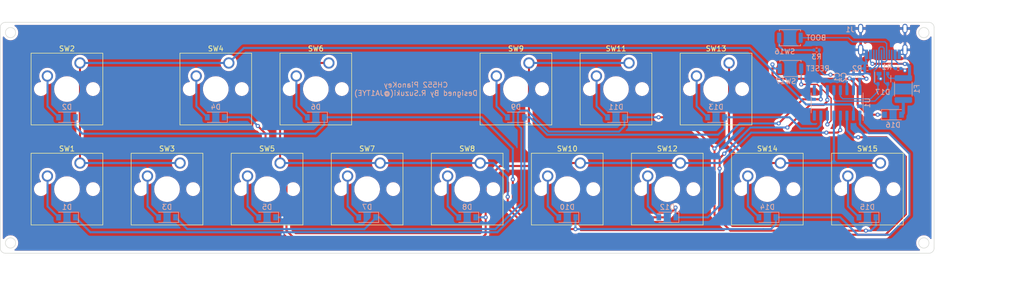
<source format=kicad_pcb>
(kicad_pcb (version 20211014) (generator pcbnew)
  (layers (0 "F.Cu" signal) (31 "B.Cu" signal) (34 "B.Paste" user) (35 "F.Paste" user) (36 "B.SilkS" user "B.Silkscreen") (37 "F.SilkS" user "F.Silkscreen") (38 "B.Mask" user) (39 "F.Mask" user) (44 "Edge.Cuts" user))
  (net 0 "")
  (net 1 "+5V")
  (net 2 "GND")
  (net 3 "+3V3")
  (net 4 "a")
  (net 5 "Net-(D1-Pad2)")
  (net 6 "b")
  (net 7 "Net-(D2-Pad2)")
  (net 8 "c")
  (net 9 "Net-(D3-Pad2)")
  (net 10 "d")
  (net 11 "Net-(D4-Pad2)")
  (net 12 "Net-(D5-Pad2)")
  (net 13 "Net-(D6-Pad2)")
  (net 14 "Net-(D7-Pad2)")
  (net 15 "Net-(D8-Pad2)")
  (net 16 "Net-(D9-Pad2)")
  (net 17 "Net-(D10-Pad2)")
  (net 18 "Net-(D11-Pad2)")
  (net 19 "Net-(D12-Pad2)")
  (net 20 "Net-(D13-Pad2)")
  (net 21 "Net-(D14-Pad2)")
  (net 22 "Net-(D15-Pad2)")
  (net 23 "Net-(D16-Pad2)")
  (net 24 "Net-(D17-Pad2)")
  (net 25 "D+")
  (net 26 "D-")
  (net 28 "Net-(J1-PadB5)")
  (net 29 "Net-(J1-PadA5)")
  (net 31 "Net-(R3-Pad2)")
  (net 32 "A")
  (net 33 "B")
  (net 34 "C")
  (net 35 "D")
  (net 36 "RST")
  (footprint "Button_Switch_Keyboard:SW_Cherry_MX_1.00u_PCB" (layer "F.Cu") (at 237.54 83.42)
    (fp_text reference "SW15")
    (fp_text value "SW_Push")
  )
  (footprint "Button_Switch_Keyboard:SW_Cherry_MX_1.00u_PCB" (layer "F.Cu") (at 169.04 63.92)
    (fp_text reference "SW9")
    (fp_text value "SW_Push")
  )
  (footprint "Button_Switch_Keyboard:SW_Cherry_MX_1.00u_PCB" (layer "F.Cu") (at 140.04 83.42)
    (fp_text reference "SW7")
    (fp_text value "SW_Push")
  )
  (footprint "Button_Switch_Keyboard:SW_Cherry_MX_1.00u_PCB" (layer "F.Cu") (at 120.54 83.42)
    (fp_text reference "SW5")
    (fp_text value "SW_Push")
  )
  (footprint "Button_Switch_Keyboard:SW_Cherry_MX_1.00u_PCB" (layer "F.Cu") (at 208.04 63.92)
    (fp_text reference "SW13")
    (fp_text value "SW_Push")
  )
  (footprint "Button_Switch_Keyboard:SW_Cherry_MX_1.00u_PCB" (layer "F.Cu") (at 81.54 83.42)
    (fp_text reference "SW1")
    (fp_text value "SW_Push")
  )
  (footprint "Button_Switch_Keyboard:SW_Cherry_MX_1.00u_PCB" (layer "F.Cu") (at 101.04 83.42)
    (fp_text reference "SW3")
    (fp_text value "SW_Push")
  )
  (footprint "Button_Switch_Keyboard:SW_Cherry_MX_1.00u_PCB" (layer "F.Cu") (at 218.04 83.42)
    (fp_text reference "SW14")
    (fp_text value "SW_Push")
  )
  (footprint "Button_Switch_Keyboard:SW_Cherry_MX_1.00u_PCB" (layer "F.Cu") (at 159.54 83.42)
    (fp_text reference "SW8")
    (fp_text value "SW_Push")
  )
  (footprint "Button_Switch_Keyboard:SW_Cherry_MX_1.00u_PCB" (layer "F.Cu") (at 188.54 63.92)
    (fp_text reference "SW11")
    (fp_text value "SW_Push")
  )
  (footprint "Button_Switch_Keyboard:SW_Cherry_MX_1.00u_PCB" (layer "F.Cu") (at 110.54 63.92)
    (fp_text reference "SW4")
    (fp_text value "SW_Push")
  )
  (footprint "Button_Switch_Keyboard:SW_Cherry_MX_1.00u_PCB" (layer "F.Cu") (at 81.54 63.92)
    (fp_text reference "SW2")
    (fp_text value "SW_Push")
  )
  (footprint "Button_Switch_Keyboard:SW_Cherry_MX_1.00u_PCB" (layer "F.Cu") (at 179.04 83.42)
    (fp_text reference "SW10")
    (fp_text value "SW_Push")
  )
  (footprint "Button_Switch_Keyboard:SW_Cherry_MX_1.00u_PCB" (layer "F.Cu") (at 198.54 83.42)
    (fp_text reference "SW12")
    (fp_text value "SW_Push")
  )
  (footprint "Button_Switch_Keyboard:SW_Cherry_MX_1.00u_PCB" (layer "F.Cu") (at 130.04 63.92)
    (fp_text reference "SW6")
    (fp_text value "SW_Push")
  )
  (footprint "Diode_SMD:D_SOD-123" (layer "B.Cu") (at 137.5 94 180)
    (fp_text reference "D7")
    (fp_text value "1N5819")
  )
  (footprint "Diode_SMD:D_SOD-123" (layer "B.Cu") (at 215.5 94 180)
    (fp_text reference "D14")
    (fp_text value "1N5819")
  )
  (footprint "Resistor_SMD:R_0402_1005Metric" (layer "B.Cu") (at 225.1 61.4 180)
    (fp_text reference "R3")
    (fp_text value "10k")
  )
  (footprint "Diode_SMD:D_SOD-123" (layer "B.Cu") (at 79 94 180)
    (fp_text reference "D1")
    (fp_text value "1N5819")
  )
  (footprint "Button_Switch_SMD:SW_Push_SPST_NO_Alps_SKRK" (layer "B.Cu") (at 220 65 180)
    (fp_text reference "SW17")
    (fp_text value "SW_Push")
  )
  (footprint "Diode_SMD:D_SOD-123" (layer "B.Cu") (at 240 74)
    (fp_text reference "D16")
    (fp_text value "1N5819")
  )
  (footprint "Diode_SMD:D_SOD-123" (layer "B.Cu") (at 176.5 94 180)
    (fp_text reference "D10")
    (fp_text value "1N5819")
  )
  (footprint "Capacitor_SMD:C_0402_1005Metric" (layer "B.Cu") (at 232.3 66.6 90)
    (fp_text reference "C1")
    (fp_text value "0.1u")
  )
  (footprint "Fuse:Fuse_1812_4532Metric" (layer "B.Cu") (at 242 69 90)
    (fp_text reference "F1")
    (fp_text value "mSMD110")
  )
  (footprint "Diode_SMD:D_SOD-123" (layer "B.Cu") (at 186 74.5 180)
    (fp_text reference "D11")
    (fp_text value "1N5819")
  )
  (footprint "Diode_SMD:D_SOD-123" (layer "B.Cu") (at 98.5 94 180)
    (fp_text reference "D3")
    (fp_text value "1N5819")
  )
  (footprint "Diode_SMD:D_SOD-123" (layer "B.Cu") (at 79 74.5 180)
    (fp_text reference "D2")
    (fp_text value "1N5819")
  )
  (footprint "Button_Switch_SMD:SW_Push_SPST_NO_Alps_SKRK" (layer "B.Cu") (at 219.9 59 180)
    (fp_text reference "SW16")
    (fp_text value "SW_Push")
  )
  (footprint "Diode_SMD:D_SOD-123" (layer "B.Cu") (at 118 94 180)
    (fp_text reference "D5")
    (fp_text value "1N5819")
  )
  (footprint "SuLibs:USB_C_2.0" (layer "B.Cu") (at 238 54.595)
    (fp_text reference "J1")
    (fp_text value "USB_C_Receptacle_USB2.0")
  )
  (footprint "Package_SO:SOIC-16_3.9x9.9mm_P1.27mm" (layer "B.Cu") (at 229.1 71.7 90)
    (fp_text reference "U1")
    (fp_text value "CH55xG")
  )
  (footprint "Diode_SMD:D_SOD-123" (layer "B.Cu") (at 196 94 180)
    (fp_text reference "D12")
    (fp_text value "1N5819")
  )
  (footprint "Diode_SMD:D_SOD-123" (layer "B.Cu") (at 127.5 74.5 180)
    (fp_text reference "D6")
    (fp_text value "1N5819")
  )
  (footprint "Diode_SMD:D_SOD-123" (layer "B.Cu") (at 108 74.5 180)
    (fp_text reference "D4")
    (fp_text value "1N5819")
  )
  (footprint "Diode_SMD:D_SOD-123" (layer "B.Cu") (at 235 94 180)
    (fp_text reference "D15")
    (fp_text value "1N5819")
  )
  (footprint "Diode_SMD:D_SOD-123" (layer "B.Cu") (at 157 94 180)
    (fp_text reference "D8")
    (fp_text value "1N5819")
  )
  (footprint "Diode_SMD:D_SOD-123" (layer "B.Cu") (at 166.5 74.5 180)
    (fp_text reference "D9")
    (fp_text value "1N5819")
  )
  (footprint "Resistor_SMD:R_0402_1005Metric" (layer "B.Cu") (at 241 65)
    (fp_text reference "R1")
    (fp_text value "5.1k")
  )
  (footprint "Capacitor_SMD:C_0402_1005Metric" (layer "B.Cu") (at 233.5 66.6 90)
    (fp_text reference "C2")
    (fp_text value "0.1u")
  )
  (footprint "Resistor_SMD:R_0402_1005Metric" (layer "B.Cu") (at 235 65 180)
    (fp_text reference "R2")
    (fp_text value "5.1k")
  )
  (footprint "Package_TO_SOT_SMD:SOT-143" (layer "B.Cu") (at 238 67 -90)
    (fp_text reference "D17")
    (fp_text value "SP0503BAHT")
  )
  (footprint "Diode_SMD:D_SOD-123" (layer "B.Cu") (at 205.5 74.5 180)
    (fp_text reference "D13")
    (fp_text value "1N5819")
  )
  (gr_circle (center 246 99) (end 247 99) (layer "Edge.Cuts") (width 0.1) (fill none))
  (gr_line (start 248 100) (end 248 57) (layer "Edge.Cuts") (width 0.1))
  (gr_line (start 247 101) (end 67 101) (layer "Edge.Cuts") (width 0.1))
  (gr_arc (start 247 56) (mid 247.707107 56.292893) (end 248 57) (layer "Edge.Cuts") (width 0.1))
  (gr_line (start 66 100) (end 66 57) (layer "Edge.Cuts") (width 0.1))
  (gr_arc (start 248 100) (mid 247.707107 100.707107) (end 247 101) (layer "Edge.Cuts") (width 0.1))
  (gr_circle (center 68 99) (end 67 99) (layer "Edge.Cuts") (width 0.1) (fill none))
  (gr_arc (start 66 57) (mid 66.292893 56.292893) (end 67 56) (layer "Edge.Cuts") (width 0.1))
  (gr_line (start 67 56) (end 247 56) (layer "Edge.Cuts") (width 0.1))
  (gr_circle (center 246 58) (end 246 59) (layer "Edge.Cuts") (width 0.1) (fill none))
  (gr_arc (start 67 101) (mid 66.292893 100.707107) (end 66 100) (layer "Edge.Cuts") (width 0.1))
  (gr_circle (center 68 58) (end 68 59) (layer "Edge.Cuts") (width 0.1) (fill none))
  (gr_text "RESET" (at 223 65) (layer "B.SilkS") (effects (font (size 1 1)) (justify right mirror)))
  (gr_text "CH552 PianoKey\nDesigned By R.Suzuki(@JA1TYE)" (at 147 69) (layer "B.SilkS") (effects (font (size 1 1)) (justify mirror)))
  (gr_text "BOOT" (at 223 59) (layer "B.SilkS") (effects (font (size 1 1)) (justify right mirror)))
  (segment (start 235 74) (end 237 74) (width 0.4) (layer "F.Cu") (net 1))
  (segment (start 231.419989 66.999511) (end 217.199511 66.999511) (width 0.4) (layer "F.Cu") (net 1))
  (segment (start 217.199511 66.999511) (end 216.5 66.3) (width 0.4) (layer "F.Cu") (net 1))
  (segment (start 233.1 68.5195) (end 233.1 72.1) (width 0.4) (layer "F.Cu") (net 1))
  (segment (start 231.5 66.9195) (end 231.419989 66.999511) (width 0.4) (layer "F.Cu") (net 1))
  (segment (start 233.1 72.1) (end 235 74) (width 0.4) (layer "F.Cu") (net 1))
  (segment (start 216.5 66.3) (end 216.5 64.2) (width 0.4) (layer "F.Cu") (net 1))
  (segment (start 231.5 66.9195) (end 233.1 68.5195) (width 0.4) (layer "F.Cu") (net 1))
  (via (at 231.5 66.9195) (size 0.8) (drill 0.4) (layers "F.Cu" "B.Cu") (net 1))
  (via (at 237 74) (size 0.8) (drill 0.4) (layers "F.Cu" "B.Cu") (net 1))
  (via (at 216.5 64.2) (size 0.8) (drill 0.4) (layers "F.Cu" "B.Cu") (net 1))
  (segment (start 232.3 67.08) (end 232.3 69.2) (width 0.4) (layer "B.Cu") (net 1))
  (segment (start 237 74) (end 238.35 74) (width 0.4) (layer "B.Cu") (net 1))
  (segment (start 216.5 64.599999) (end 216.5 64.2) (width 0.4) (layer "B.Cu") (net 1))
  (segment (start 232.3 69.2) (end 232.275 69.225) (width 0.4) (layer "B.Cu") (net 1))
  (segment (start 231.6605 67.08) (end 231.5 66.9195) (width 0.4) (layer "B.Cu") (net 1))
  (segment (start 217.9 65) (end 216.900001 65) (width 0.4) (layer "B.Cu") (net 1))
  (segment (start 232.3 67.08) (end 231.6605 67.08) (width 0.4) (layer "B.Cu") (net 1))
  (segment (start 216.900001 65) (end 216.5 64.599999) (width 0.4) (layer "B.Cu") (net 1))
  (via (at 242.3005 65.410515) (size 0.8) (drill 0.4) (layers "F.Cu" "B.Cu") (net 2))
  (via (at 237.5755 67) (size 0.8) (drill 0.4) (layers "F.Cu" "B.Cu") (net 2))
  (segment (start 230.8 67.4) (end 231.005 67.605) (width 0.4) (layer "B.Cu") (net 2))
  (segment (start 241.51 65) (end 241.889985 65) (width 0.25) (layer "B.Cu") (net 2))
  (segment (start 230.1 67.4) (end 230.8 67.4) (width 0.4) (layer "B.Cu") (net 2))
  (segment (start 237.25 66) (end 237.25 66.6745) (width 0.4) (layer "B.Cu") (net 2))
  (segment (start 230 66.5) (end 230 67.3) (width 0.4) (layer "B.Cu") (net 2))
  (segment (start 230 67.3) (end 230.1 67.4) (width 0.4) (layer "B.Cu") (net 2))
  (segment (start 233.68 61.88) (end 234.045 62.245) (width 0.25) (layer "B.Cu") (net 2))
  (segment (start 232.3 66.12) (end 230.38 66.12) (width 0.4) (layer "B.Cu") (net 2))
  (segment (start 237.25 66.6745) (end 237.5755 67) (width 0.4) (layer "B.Cu") (net 2))
  (segment (start 231.005 67.605) (end 231.005 69.225) (width 0.4) (layer "B.Cu") (net 2))
  (segment (start 242.32 61.345) (end 242.32 61.98) (width 0.25) (layer "B.Cu") (net 2))
  (segment (start 234.045 62.245) (end 234.8 62.245) (width 0.25) (layer "B.Cu") (net 2))
  (segment (start 242.32 61.98) (end 242.055 62.245) (width 0.25) (layer "B.Cu") (net 2))
  (segment (start 232.3 66.12) (end 233.5 66.12) (width 0.4) (layer "B.Cu") (net 2))
  (segment (start 230.38 66.12) (end 230 66.5) (width 0.4) (layer "B.Cu") (net 2))
  (segment (start 241.889985 65) (end 242.3005 65.410515) (width 0.25) (layer "B.Cu") (net 2))
  (segment (start 242.055 62.245) (end 241.2 62.245) (width 0.25) (layer "B.Cu") (net 2))
  (segment (start 233.68 61.345) (end 233.68 61.88) (width 0.25) (layer "B.Cu") (net 2))
  (segment (start 234.7 67) (end 234.8 67) (width 0.25) (layer "F.Cu") (net 3))
  (segment (start 233.894989 66.194989) (end 234.7 67) (width 0.25) (layer "F.Cu") (net 3))
  (segment (start 227.8 66.2) (end 227.805011 66.194989) (width 0.25) (layer "F.Cu") (net 3))
  (segment (start 227.805011 66.194989) (end 233.894989 66.194989) (width 0.25) (layer "F.Cu") (net 3))
  (via (at 227.8 66.2) (size 0.8) (drill 0.4) (layers "F.Cu" "B.Cu") (net 3))
  (via (at 234.8 67) (size 0.8) (drill 0.4) (layers "F.Cu" "B.Cu") (net 3))
  (segment (start 234.8 67) (end 233.58 67) (width 0.25) (layer "B.Cu") (net 3))
  (segment (start 233.58 67) (end 233.5 67.08) (width 0.25) (layer "B.Cu") (net 3))
  (segment (start 233.5 69.18) (end 233.545 69.225) (width 0.4) (layer "B.Cu") (net 3))
  (segment (start 233.5 67.08) (end 233.5 69.18) (width 0.4) (layer "B.Cu") (net 3))
  (segment (start 226.6 66.2) (end 227.8 66.2) (width 0.25) (layer "B.Cu") (net 3))
  (segment (start 226.4 66) (end 226.6 66.2) (width 0.25) (layer "B.Cu") (net 3))
  (segment (start 225.61 61.4) (end 225.61 65.21) (width 0.25) (layer "B.Cu") (net 3))
  (segment (start 225.61 65.21) (end 226.4 66) (width 0.25) (layer "B.Cu") (net 3))
  (segment (start 120.980979 94) (end 120.980979 97.280979) (width 0.4) (layer "F.Cu") (net 4))
  (segment (start 120.980979 97.280979) (end 121 97.3) (width 0.4) (layer "F.Cu") (net 4))
  (via (at 121 97.3) (size 0.8) (drill 0.4) (layers "F.Cu" "B.Cu") (net 4))
  (via (at 120.980979 94) (size 0.8) (drill 0.4) (layers "F.Cu" "B.Cu") (net 4))
  (segment (start 225.3 76.7) (end 225.925 76.075) (width 0.4) (layer "B.Cu") (net 4))
  (segment (start 168.15 91.65) (end 168.15 74.5) (width 0.4) (layer "B.Cu") (net 4))
  (segment (start 222 76.7) (end 225.3 76.7) (width 0.4) (layer "B.Cu") (net 4))
  (segment (start 121 97.3) (end 121 97) (width 0.4) (layer "B.Cu") (net 4))
  (segment (start 121 97) (end 120.9 96.9) (width 0.4) (layer "B.Cu") (net 4))
  (segment (start 162.9 96.9) (end 168.15 91.65) (width 0.4) (layer "B.Cu") (net 4))
  (segment (start 225.925 76.075) (end 225.925 74.175) (width 0.4) (layer "B.Cu") (net 4))
  (segment (start 119.65 94) (end 120.980979 94) (width 0.4) (layer "B.Cu") (net 4))
  (segment (start 172.6 77.9) (end 205.9 77.9) (width 0.4) (layer "B.Cu") (net 4))
  (segment (start 205.9 77.9) (end 207.15 76.65) (width 0.4) (layer "B.Cu") (net 4))
  (segment (start 83.55 96.9) (end 120.9 96.9) (width 0.4) (layer "B.Cu") (net 4))
  (segment (start 207.15 74.5) (end 219.8 74.5) (width 0.4) (layer "B.Cu") (net 4))
  (segment (start 219.8 74.5) (end 222 76.7) (width 0.4) (layer "B.Cu") (net 4))
  (segment (start 207.15 76.65) (end 207.15 74.5) (width 0.4) (layer "B.Cu") (net 4))
  (segment (start 80.65 94) (end 83.55 96.9) (width 0.4) (layer "B.Cu") (net 4))
  (segment (start 120.9 96.9) (end 162.9 96.9) (width 0.4) (layer "B.Cu") (net 4))
  (segment (start 169.2 74.5) (end 172.6 77.9) (width 0.4) (layer "B.Cu") (net 4))
  (segment (start 168.15 74.5) (end 169.2 74.5) (width 0.4) (layer "B.Cu") (net 4))
  (segment (start 75.219521 91.869521) (end 75.219521 85.989521) (width 0.4) (layer "B.Cu") (net 5))
  (segment (start 75.219521 85.989521) (end 75.19 85.96) (width 0.4) (layer "B.Cu") (net 5))
  (segment (start 77.35 94) (end 75.219521 91.869521) (width 0.4) (layer "B.Cu") (net 5))
  (segment (start 170.1 96.3) (end 178.1 96.3) (width 0.4) (layer "F.Cu") (net 6))
  (segment (start 165.9 86.6) (end 165.9 92.1) (width 0.4) (layer "F.Cu") (net 6))
  (segment (start 165.9 92.1) (end 170.1 96.3) (width 0.4) (layer "F.Cu") (net 6))
  (via (at 165.9 86.6) (size 0.8) (drill 0.4) (layers "F.Cu" "B.Cu") (net 6))
  (via (at 178.1 96.3) (size 0.8) (drill 0.4) (layers "F.Cu" "B.Cu") (net 6))
  (segment (start 239.2 77.6) (end 235.3 77.6) (width 0.4) (layer "B.Cu") (net 6))
  (segment (start 165.9 86.6) (end 165.9 80.6) (width 0.4) (layer "B.Cu") (net 6))
  (segment (start 178.1 96.3) (end 214.7 96.3) (width 0.4) (layer "B.Cu") (net 6))
  (segment (start 178.1 96.3) (end 178.1 94.05) (width 0.4) (layer "B.Cu") (net 6))
  (segment (start 129.15 75.95) (end 129.15 74.5) (width 0.4) (layer "B.Cu") (net 6))
  (segment (start 217.15 94) (end 229.7 94) (width 0.4) (layer "B.Cu") (net 6))
  (segment (start 127.4 77.7) (end 129.15 75.95) (width 0.4) (layer "B.Cu") (net 6))
  (segment (start 178.1 94.05) (end 178.15 94) (width 0.4) (layer "B.Cu") (net 6))
  (segment (start 233.099511 97.399511) (end 239.400489 97.399511) (width 0.4) (layer "B.Cu") (net 6))
  (segment (start 216.2 96.3) (end 214.7 96.3) (width 0.4) (layer "B.Cu") (net 6))
  (segment (start 239.400489 97.399511) (end 243.2 93.6) (width 0.4) (layer "B.Cu") (net 6))
  (segment (start 217.15 94) (end 217.15 95.35) (width 0.4) (layer "B.Cu") (net 6))
  (segment (start 80.65 74.5) (end 80.65 76.35) (width 0.4) (layer "B.Cu") (net 6))
  (segment (start 80.65 76.35) (end 82 77.7) (width 0.4) (layer "B.Cu") (net 6))
  (segment (start 233.555 75.855) (end 233.545 75.855) (width 0.4) (layer "B.Cu") (net 6))
  (segment (start 159.8 74.5) (end 129.15 74.5) (width 0.4) (layer "B.Cu") (net 6))
  (segment (start 217.15 95.35) (end 216.2 96.3) (width 0.4) (layer "B.Cu") (net 6))
  (segment (start 233.545 75.855) (end 233.545 74.175) (width 0.4) (layer "B.Cu") (net 6))
  (segment (start 235.3 77.6) (end 233.555 75.855) (width 0.4) (layer "B.Cu") (net 6))
  (segment (start 165.9 80.6) (end 159.8 74.5) (width 0.4) (layer "B.Cu") (net 6))
  (segment (start 229.7 94) (end 233.099511 97.399511) (width 0.4) (layer "B.Cu") (net 6))
  (segment (start 243.2 93.6) (end 243.2 81.6) (width 0.4) (layer "B.Cu") (net 6))
  (segment (start 82 77.7) (end 127.4 77.7) (width 0.4) (layer "B.Cu") (net 6))
  (segment (start 243.2 81.6) (end 239.2 77.6) (width 0.4) (layer "B.Cu") (net 6))
  (segment (start 77.35 74.5) (end 75.219521 72.369521) (width 0.4) (layer "B.Cu") (net 7))
  (segment (start 75.219521 66.489521) (end 75.19 66.46) (width 0.4) (layer "B.Cu") (net 7))
  (segment (start 75.219521 72.369521) (end 75.219521 66.489521) (width 0.4) (layer "B.Cu") (net 7))
  (segment (start 234.7 96.6) (end 208.3 96.6) (width 0.4) (layer "F.Cu") (net 8))
  (segment (start 194.3 74.5) (end 199.1 74.5) (width 0.4) (layer "F.Cu") (net 8))
  (segment (start 199.1 74.5) (end 205.2 80.6) (width 0.4) (layer "F.Cu") (net 8))
  (segment (start 217.7 75.7) (end 222.4 71) (width 0.4) (layer "F.Cu") (net 8))
  (segment (start 222.4 71) (end 225.9 71) (width 0.4) (layer "F.Cu") (net 8))
  (segment (start 208.3 96.6) (end 205.2 93.5) (width 0.4) (layer "F.Cu") (net 8))
  (segment (start 205.2 93.5) (end 205.2 80.6) (width 0.4) (layer "F.Cu") (net 8))
  (via (at 205.2 80.6) (size 0.8) (drill 0.4) (layers "F.Cu" "B.Cu") (net 8))
  (via (at 225.9 71) (size 0.8) (drill 0.4) (layers "F.Cu" "B.Cu") (net 8))
  (via (at 194.3 74.5) (size 0.8) (drill 0.4) (layers "F.Cu" "B.Cu") (net 8))
  (via (at 234.7 96.6) (size 0.8) (drill 0.4) (layers "F.Cu" "B.Cu") (net 8))
  (via (at 217.7 75.7) (size 0.8) (drill 0.4) (layers "F.Cu" "B.Cu") (net 8))
  (segment (start 186.6 77.30048) (end 187.65 76.25048) (width 0.4) (layer "B.Cu") (net 8))
  (segment (start 166.95048 76.1) (end 166.9 76.1) (width 0.4) (layer "B.Cu") (net 8))
  (segment (start 168.74785 73.2) (end 172.84833 77.30048) (width 0.4) (layer "B.Cu") (net 8))
  (segment (start 139.9 94) (end 142.20048 96.30048) (width 0.4) (layer "B.Cu") (net 8))
  (segment (start 187.65 74.5) (end 194.3 74.5) (width 0.4) (layer "B.Cu") (net 8))
  (segment (start 236.65 95.55) (end 236.65 94) (width 0.4) (layer "B.Cu") (net 8))
  (segment (start 139.15 94) (end 139.9 94) (width 0.4) (layer "B.Cu") (net 8))
  (segment (start 225.9 71) (end 225.9 69.25) (width 0.4) (layer "B.Cu") (net 8))
  (segment (start 235.7 96.6) (end 236.7 95.6) (width 0.4) (layer "B.Cu") (net 8))
  (segment (start 166.9 76.1) (end 166.9 73.7) (width 0.4) (layer "B.Cu") (net 8))
  (segment (start 167.4 73.2) (end 168.74785 73.2) (width 0.4) (layer "B.Cu") (net 8))
  (segment (start 142.20048 96.30048) (end 162.49952 96.30048) (width 0.4) (layer "B.Cu") (net 8))
  (segment (start 137.00048 96.30048) (end 139.15 94.15096) (width 0.4) (layer "B.Cu") (net 8))
  (segment (start 187.65 76.25048) (end 187.65 74.5) (width 0.4) (layer "B.Cu") (net 8))
  (segment (start 162.49952 96.30048) (end 167.55048 91.24952) (width 0.4) (layer "B.Cu") (net 8))
  (segment (start 210.1 75.7) (end 217.7 75.7) (width 0.4) (layer "B.Cu") (net 8))
  (segment (start 167.55048 76.7) (end 166.95048 76.1) (width 0.4) (layer "B.Cu") (net 8))
  (segment (start 225.9 69.25) (end 225.925 69.225) (width 0.4) (layer "B.Cu") (net 8))
  (segment (start 205.2 80.6) (end 210.1 75.7) (width 0.4) (layer "B.Cu") (net 8))
  (segment (start 167.55048 91.24952) (end 167.55048 76.7) (width 0.4) (layer "B.Cu") (net 8))
  (segment (start 102.45048 96.30048) (end 137.00048 96.30048) (width 0.4) (layer "B.Cu") (net 8))
  (segment (start 234.7 96.6) (end 235.7 96.6) (width 0.4) (layer "B.Cu") (net 8))
  (segment (start 236.7 95.6) (end 236.65 95.55) (width 0.4) (layer "B.Cu") (net 8))
  (segment (start 100.15 94) (end 102.45048 96.30048) (width 0.4) (layer "B.Cu") (net 8))
  (segment (start 172.84833 77.30048) (end 186.6 77.30048) (width 0.4) (layer "B.Cu") (net 8))
  (segment (start 139.15 94.15096) (end 139.15 94) (width 0.4) (layer "B.Cu") (net 8))
  (segment (start 166.9 73.7) (end 167.4 73.2) (width 0.4) (layer "B.Cu") (net 8))
  (segment (start 94.719521 91.869521) (end 94.719521 85.989521) (width 0.4) (layer "B.Cu") (net 9))
  (segment (start 94.719521 85.989521) (end 94.69 85.96) (width 0.4) (layer "B.Cu") (net 9))
  (segment (start 96.85 94) (end 94.719521 91.869521) (width 0.4) (layer "B.Cu") (net 9))
  (segment (start 223.8 72.1) (end 226.5 72.1) (width 0.4) (layer "F.Cu") (net 10))
  (segment (start 116.2 76.2) (end 117.7 77.7) (width 0.4) (layer "F.Cu") (net 10))
  (segment (start 179.8 86.8) (end 179.8 92.1) (width 0.4) (layer "F.Cu") (net 10))
  (segment (start 197.6 92.2) (end 197.6 92.1) (width 0.4) (layer "F.Cu") (net 10))
  (segment (start 177.21952 84.01952) (end 178.9 85.7) (width 0.4) (layer "F.Cu") (net 10))
  (segment (start 179.8 92.1) (end 181.7 94) (width 0.4) (layer "F.Cu") (net 10))
  (segment (start 123.2 98) (end 159.9 98) (width 0.4) (layer "F.Cu") (net 10))
  (segment (start 219.4 76.5) (end 223.8 72.1) (width 0.4) (layer "F.Cu") (net 10))
  (segment (start 121.780479 96.580479) (end 123.2 98) (width 0.4) (layer "F.Cu") (net 10))
  (segment (start 160.6 94) (end 160.6 86.8) (width 0.4) (layer "F.Cu") (net 10))
  (segment (start 179.8 86.6) (end 179.8 86.8) (width 0.4) (layer "F.Cu") (net 10))
  (segment (start 195.8 94) (end 197.6 92.2) (width 0.4) (layer "F.Cu") (net 10))
  (segment (start 181.7 94) (end 195.8 94) (width 0.4) (layer "F.Cu") (net 10))
  (segment (start 159.9 98) (end 160.6 97.3) (width 0.4) (layer "F.Cu") (net 10))
  (segment (start 162.5 84.9) (end 163.4 84) (width 0.4) (layer "F.Cu") (net 10))
  (segment (start 117.7 83.6) (end 121.780479 87.680479) (width 0.4) (layer "F.Cu") (net 10))
  (segment (start 160.6 86.8) (end 162.5 84.9) (width 0.4) (layer "F.Cu") (net 10))
  (segment (start 178.9 85.7) (end 179.8 86.6) (width 0.4) (layer "F.Cu") (net 10))
  (segment (start 170.01952 84.01952) (end 177.21952 84.01952) (width 0.4) (layer "F.Cu") (net 10))
  (segment (start 170 84) (end 170.01952 84.01952) (width 0.4) (layer "F.Cu") (net 10))
  (segment (start 163.4 84) (end 170 84) (width 0.4) (layer "F.Cu") (net 10))
  (segment (start 160.6 97.3) (end 160.6 94) (width 0.4) (layer "F.Cu") (net 10))
  (segment (start 206.2 84.5) (end 206.2 82.5) (width 0.4) (layer "F.Cu") (net 10))
  (segment (start 227.2 71.4) (end 227.2 71.1) (width 0.4) (layer "F.Cu") (net 10))
  (segment (start 117.7 77.7) (end 117.7 83.6) (width 0.4) (layer "F.Cu") (net 10))
  (segment (start 226.5 72.1) (end 227.2 71.4) (width 0.4) (layer "F.Cu") (net 10))
  (segment (start 206.2 82.5) (end 207.1 81.6) (width 0.4) (layer "F.Cu") (net 10))
  (segment (start 121.780479 87.680479) (end 121.780479 96.580479) (width 0.4) (layer "F.Cu") (net 10))
  (via (at 227.2 71.1) (size 0.8) (drill 0.4) (layers "F.Cu" "B.Cu") (net 10))
  (via (at 160.6 94) (size 0.8) (drill 0.4) (layers "F.Cu" "B.Cu") (net 10))
  (via (at 197.6 92.1) (size 0.8) (drill 0.4) (layers "F.Cu" "B.Cu") (net 10))
  (via (at 219.4 76.5) (size 0.8) (drill 0.4) (layers "F.Cu" "B.Cu") (net 10))
  (via (at 116.2 76.2) (size 0.8) (drill 0.4) (layers "F.Cu" "B.Cu") (net 10))
  (via (at 207.1 81.6) (size 0.8) (drill 0.4) (layers "F.Cu" "B.Cu") (net 10))
  (via (at 206.2 84.5) (size 0.8) (drill 0.4) (layers "F.Cu" "B.Cu") (net 10))
  (segment (start 197.65 94) (end 203.9 94) (width 0.4) (layer "B.Cu") (net 10))
  (segment (start 207.1 81.6) (end 210.4 78.3) (width 0.4) (layer "B.Cu") (net 10))
  (segment (start 205.8 92.1) (end 206.2 91.7) (width 0.4) (layer "B.Cu") (net 10))
  (segment (start 197.6 92.1) (end 197.6 93.95) (width 0.4) (layer "B.Cu") (net 10))
  (segment (start 227.2 71.1) (end 227.2 69.23) (width 0.4) (layer "B.Cu") (net 10))
  (segment (start 203.9 94) (end 205.8 92.1) (width 0.4) (layer "B.Cu") (net 10))
  (segment (start 109.65 74.5) (end 114.5 74.5) (width 0.4) (layer "B.Cu") (net 10))
  (segment (start 197.6 93.95) (end 197.65 94) (width 0.4) (layer "B.Cu") (net 10))
  (segment (start 114.5 74.5) (end 116.2 76.2) (width 0.4) (layer "B.Cu") (net 10))
  (segment (start 160.6 94) (end 158.65 94) (width 0.4) (layer "B.Cu") (net 10))
  (segment (start 206.2 91.7) (end 206.2 84.5) (width 0.4) (layer "B.Cu") (net 10))
  (segment (start 227.2 69.23) (end 227.195 69.225) (width 0.4) (layer "B.Cu") (net 10))
  (segment (start 210.4 78.3) (end 212.2 76.5) (width 0.4) (layer "B.Cu") (net 10))
  (segment (start 212.2 76.5) (end 219.4 76.5) (width 0.4) (layer "B.Cu") (net 10))
  (segment (start 104.219521 72.369521) (end 104.219521 66.489521) (width 0.4) (layer "B.Cu") (net 11))
  (segment (start 104.219521 66.489521) (end 104.19 66.46) (width 0.4) (layer "B.Cu") (net 11))
  (segment (start 106.35 74.5) (end 104.219521 72.369521) (width 0.4) (layer "B.Cu") (net 11))
  (segment (start 114.219521 85.989521) (end 114.19 85.96) (width 0.4) (layer "B.Cu") (net 12))
  (segment (start 116.35 94) (end 114.219521 91.869521) (width 0.4) (layer "B.Cu") (net 12))
  (segment (start 114.219521 91.869521) (end 114.219521 85.989521) (width 0.4) (layer "B.Cu") (net 12))
  (segment (start 123.719521 72.369521) (end 123.719521 66.489521) (width 0.4) (layer "B.Cu") (net 13))
  (segment (start 125.85 74.5) (end 123.719521 72.369521) (width 0.4) (layer "B.Cu") (net 13))
  (segment (start 123.719521 66.489521) (end 123.69 66.46) (width 0.4) (layer "B.Cu") (net 13))
  (segment (start 133.719521 91.869521) (end 133.719521 85.989521) (width 0.4) (layer "B.Cu") (net 14))
  (segment (start 135.85 94) (end 133.719521 91.869521) (width 0.4) (layer "B.Cu") (net 14))
  (segment (start 133.719521 85.989521) (end 133.69 85.96) (width 0.4) (layer "B.Cu") (net 14))
  (segment (start 153.219521 91.869521) (end 153.219521 85.989521) (width 0.4) (layer "B.Cu") (net 15))
  (segment (start 155.35 94) (end 153.219521 91.869521) (width 0.4) (layer "B.Cu") (net 15))
  (segment (start 153.219521 85.989521) (end 153.19 85.96) (width 0.4) (layer "B.Cu") (net 15))
  (segment (start 162.719521 72.369521) (end 162.719521 66.489521) (width 0.4) (layer "B.Cu") (net 16))
  (segment (start 162.719521 66.489521) (end 162.69 66.46) (width 0.4) (layer "B.Cu") (net 16))
  (segment (start 164.85 74.5) (end 162.719521 72.369521) (width 0.4) (layer "B.Cu") (net 16))
  (segment (start 174.85 94) (end 172.719521 91.869521) (width 0.4) (layer "B.Cu") (net 17))
  (segment (start 172.719521 91.869521) (end 172.719521 85.989521) (width 0.4) (layer "B.Cu") (net 17))
  (segment (start 172.719521 85.989521) (end 172.69 85.96) (width 0.4) (layer "B.Cu") (net 17))
  (segment (start 184.35 74.5) (end 182.219521 72.369521) (width 0.4) (layer "B.Cu") (net 18))
  (segment (start 182.219521 66.489521) (end 182.19 66.46) (width 0.4) (layer "B.Cu") (net 18))
  (segment (start 182.219521 72.369521) (end 182.219521 66.489521) (width 0.4) (layer "B.Cu") (net 18))
  (segment (start 192.219521 91.869521) (end 192.219521 85.989521) (width 0.4) (layer "B.Cu") (net 19))
  (segment (start 194.35 94) (end 192.219521 91.869521) (width 0.4) (layer "B.Cu") (net 19))
  (segment (start 192.219521 85.989521) (end 192.19 85.96) (width 0.4) (layer "B.Cu") (net 19))
  (segment (start 201.719521 66.489521) (end 201.69 66.46) (width 0.4) (layer "B.Cu") (net 20))
  (segment (start 201.719521 72.369521) (end 201.719521 66.489521) (width 0.4) (layer "B.Cu") (net 20))
  (segment (start 203.85 74.5) (end 201.719521 72.369521) (width 0.4) (layer "B.Cu") (net 20))
  (segment (start 211.719521 91.869521) (end 211.719521 85.989521) (width 0.4) (layer "B.Cu") (net 21))
  (segment (start 213.85 94) (end 211.719521 91.869521) (width 0.4) (layer "B.Cu") (net 21))
  (segment (start 211.719521 85.989521) (end 211.69 85.96) (width 0.4) (layer "B.Cu") (net 21))
  (segment (start 233.35 94) (end 231.219521 91.869521) (width 0.4) (layer "B.Cu") (net 22))
  (segment (start 231.219521 91.869521) (end 231.219521 85.989521) (width 0.4) (layer "B.Cu") (net 22))
  (segment (start 231.219521 85.989521) (end 231.19 85.96) (width 0.4) (layer "B.Cu") (net 22))
  (segment (start 242 73.65) (end 241.65 74) (width 0.6) (layer "B.Cu") (net 23))
  (segment (start 242 71.1375) (end 242 73.65) (width 0.6) (layer "B.Cu") (net 23))
  (segment (start 242.287701 64.087701) (end 242.3 64.1) (width 0.4) (layer "F.Cu") (net 24))
  (segment (start 235.987701 64.087701) (end 242.287701 64.087701) (width 0.4) (layer "F.Cu") (net 24))
  (via (at 242.3 64.1) (size 0.8) (drill 0.4) (layers "F.Cu" "B.Cu") (net 24))
  (via (at 235.987701 64.087701) (size 0.8) (drill 0.4) (layers "F.Cu" "B.Cu") (net 24))
  (segment (start 242.7 64.1) (end 243.2 64.6) (width 0.6) (layer "B.Cu") (net 24))
  (segment (start 242.3 64.1) (end 241.105 64.1) (width 0.25) (layer "B.Cu") (net 24))
  (segment (start 238.95 66.55) (end 239.3 66.9) (width 0.25) (layer "B.Cu") (net 24))
  (segment (start 235.6 62.245) (end 235.6 63.7) (width 0.25) (layer "B.Cu") (net 24))
  (segment (start 239.3 66.9) (end 241.9625 66.9) (width 0.25) (layer "B.Cu") (net 24))
  (segment (start 241.9625 66.9) (end 242 66.8625) (width 0.25) (layer "B.Cu") (net 24))
  (segment (start 235.6 63.7) (end 235.987701 64.087701) (width 0.25) (layer "B.Cu") (net 24))
  (segment (start 243.2 65.8) (end 243.2 67) (width 0.6) (layer "B.Cu") (net 24))
  (segment (start 238.95 66) (end 238.95 66.55) (width 0.25) (layer "B.Cu") (net 24))
  (segment (start 241.105 64.1) (end 240.4 63.395) (width 0.25) (layer "B.Cu") (net 24))
  (segment (start 240.4 63.395) (end 240.4 62.245) (width 0.25) (layer "B.Cu") (net 24))
  (segment (start 242.3 64.1) (end 242.7 64.1) (width 0.6) (layer "B.Cu") (net 24))
  (segment (start 243.2 64.6) (end 243.2 65.8) (width 0.6) (layer "B.Cu") (net 24))
  (segment (start 237.75 64.75) (end 238.3 65.3) (width 0.25) (layer "B.Cu") (net 25))
  (segment (start 228.84952 71.34952) (end 228.465 70.965) (width 0.25) (layer "B.Cu") (net 25))
  (segment (start 238.6 68) (end 238.95 68) (width 0.25) (layer "B.Cu") (net 25))
  (segment (start 237.75 63.45) (end 238 63.7) (width 0.25) (layer "B.Cu") (net 25))
  (segment (start 237.75 63.75) (end 237.75 63.95) (width 0.25) (layer "B.Cu") (net 25))
  (segment (start 238.95 68) (end 238.95 68.85) (width 0.25) (layer "B.Cu") (net 25))
  (segment (start 238.75 62.245) (end 238.75 60.15) (width 0.25) (layer "B.Cu") (net 25))
  (segment (start 238.95 68.85) (end 236.45048 71.34952) (width 0.25) (layer "B.Cu") (net 25))
  (segment (start 236.45048 71.34952) (end 228.84952 71.34952) (width 0.25) (layer "B.Cu") (net 25))
  (segment (start 238.1 63.7) (end 238.5 63.7) (width 0.25) (layer "B.Cu") (net 25))
  (segment (start 238.3 67.7) (end 238.6 68) (width 0.25) (layer "B.Cu") (net 25))
  (segment (start 238.3 65.3) (end 238.3 67.7) (width 0.25) (layer "B.Cu") (net 25))
  (segment (start 238.4 59.8) (end 232.1 59.8) (width 0.25) (layer "B.Cu") (net 25))
  (segment (start 238.5 63.7) (end 238.75 63.45) (width 0.25) (layer "B.Cu") (net 25))
  (segment (start 237.75 63.15) (end 237.75 63.75) (width 0.25) (layer "B.Cu") (net 25))
  (segment (start 222 59) (end 231.3 59) (width 0.25) (layer "B.Cu") (net 25))
  (segment (start 238 63.7) (end 238.1 63.7) (width 0.25) (layer "B.Cu") (net 25))
  (segment (start 237.75 62.245) (end 237.75 63.15) (width 0.25) (layer "B.Cu") (net 25))
  (segment (start 238 63.7) (end 237.75 63.95) (width 0.25) (layer "B.Cu") (net 25))
  (segment (start 231.3 59) (end 232.1 59.8) (width 0.25) (layer "B.Cu") (net 25))
  (segment (start 237.75 63.95) (end 237.75 64.75) (width 0.25) (layer "B.Cu") (net 25))
  (segment (start 228.465 70.965) (end 228.465 69.225) (width 0.25) (layer "B.Cu") (net 25))
  (segment (start 238.75 60.15) (end 238.4 59.8) (width 0.25) (layer "B.Cu") (net 25))
  (segment (start 237.75 63.15) (end 237.75 63.45) (width 0.25) (layer "B.Cu") (net 25))
  (segment (start 238.75 63.45) (end 238.75 62.245) (width 0.25) (layer "B.Cu") (net 25))
  (segment (start 237.8 63.7) (end 237.75 63.75) (width 0.25) (layer "B.Cu") (net 25))
  (segment (start 238.1 63.7) (end 237.8 63.7) (width 0.25) (layer "B.Cu") (net 25))
  (segment (start 238 60.8) (end 238.25 61.05) (width 0.25) (layer "B.Cu") (net 26))
  (segment (start 237.05 68) (end 236.6 68) (width 0.25) (layer "B.Cu") (net 26))
  (segment (start 236.6 68) (end 236.3 67.7) (width 0.25) (layer "B.Cu") (net 26))
  (segment (start 229.735 69.225) (end 229.735 70.435) (width 0.25) (layer "B.Cu") (net 26))
  (segment (start 236.3 65.450978) (end 237.25 64.500978) (width 0.25) (layer "B.Cu") (net 26))
  (segment (start 237.05 69.45) (end 237.05 68) (width 0.25) (layer "B.Cu") (net 26))
  (segment (start 235.6 70.9) (end 237.05 69.45) (width 0.25) (layer "B.Cu") (net 26))
  (segment (start 238.25 61.05) (end 238.25 62.245) (width 0.25) (layer "B.Cu") (net 26))
  (segment (start 237.25 62.245) (end 237.25 61.05) (width 0.25) (layer "B.Cu") (net 26))
  (segment (start 237.25 61.05) (end 237.5 60.8) (width 0.25) (layer "B.Cu") (net 26))
  (segment (start 230.2 70.9) (end 235.6 70.9) (width 0.25) (layer "B.Cu") (net 26))
  (segment (start 237.5 60.8) (end 238 60.8) (width 0.25) (layer "B.Cu") (net 26))
  (segment (start 229.735 70.435) (end 230.2 70.9) (width 0.25) (layer "B.Cu") (net 26))
  (segment (start 237.25 64.500978) (end 237.25 62.245) (width 0.25) (layer "B.Cu") (net 26))
  (segment (start 236.3 67.7) (end 236.3 65.450978) (width 0.25) (layer "B.Cu") (net 26))
  (segment (start 239.75 62.245) (end 239.75 64.55) (width 0.25) (layer "B.Cu") (net 28))
  (segment (start 239.75 64.55) (end 240.2 65) (width 0.25) (layer "B.Cu") (net 28))
  (segment (start 240.2 65) (end 240.49 65) (width 0.25) (layer "B.Cu") (net 28))
  (segment (start 236.75 64.35) (end 236.1 65) (width 0.25) (layer "B.Cu") (net 29))
  (segment (start 236.75 62.245) (end 236.75 64.35) (width 0.25) (layer "B.Cu") (net 29))
  (segment (start 236.1 65) (end 235.51 65) (width 0.25) (layer "B.Cu") (net 29))
  (segment (start 217.8 60.6) (end 217.8 59) (width 0.4) (layer "B.Cu") (net 31))
  (segment (start 224.59 61.4) (end 218.6 61.4) (width 0.4) (layer "B.Cu") (net 31))
  (segment (start 218.6 61.4) (end 217.8 60.6) (width 0.4) (layer "B.Cu") (net 31))
  (segment (start 81.54 83.42) (end 81.54 63.92) (width 0.4) (layer "F.Cu") (net 32))
  (segment (start 113.46 61) (end 212.052151 61) (width 0.4) (layer "B.Cu") (net 32))
  (segment (start 110.54 63.92) (end 113.46 61) (width 0.4) (layer "B.Cu") (net 32))
  (segment (start 101.04 83.42) (end 81.54 83.42) (width 0.4) (layer "B.Cu") (net 32))
  (segment (start 223.052151 72) (end 231.8 72) (width 0.4) (layer "B.Cu") (net 32))
  (segment (start 231.8 72) (end 232.3 72.5) (width 0.4) (layer "B.Cu") (net 32))
  (segment (start 232.3 74.15) (end 232.275 74.175) (width 0.4) (layer "B.Cu") (net 32))
  (segment (start 81.54 63.92) (end 110.54 63.92) (width 0.4) (layer "B.Cu") (net 32))
  (segment (start 232.3 72.5) (end 232.3 74.15) (width 0.4) (layer "B.Cu") (net 32))
  (segment (start 212.052151 61) (end 223.052151 72) (width 0.4) (layer "B.Cu") (net 32))
  (segment (start 120.54 66.36) (end 120.54 83.42) (width 0.4) (layer "F.Cu") (net 33))
  (segment (start 164.9 90) (end 164.9 92.2) (width 0.4) (layer "F.Cu") (net 33))
  (segment (start 238.500489 97.399511) (end 242.5 93.4) (width 0.4) (layer "F.Cu") (net 33))
  (segment (start 164.9 92.2) (end 170.099511 97.399511) (width 0.4) (layer "F.Cu") (net 33))
  (segment (start 122.98 63.92) (end 120.54 66.36) (width 0.4) (layer "F.Cu") (net 33))
  (segment (start 242.5 82.2) (end 238.7 78.4) (width 0.4) (layer "F.Cu") (net 33))
  (segment (start 242.5 93.4) (end 242.5 82.2) (width 0.4) (layer "F.Cu") (net 33))
  (segment (start 238.7 78.4) (end 233.2 78.4) (width 0.4) (layer "F.Cu") (net 33))
  (segment (start 130.04 63.92) (end 122.98 63.92) (width 0.4) (layer "F.Cu") (net 33))
  (segment (start 170.099511 97.399511) (end 238.500489 97.399511) (width 0.4) (layer "F.Cu") (net 33))
  (via (at 164.9 90) (size 0.8) (drill 0.4) (layers "F.Cu" "B.Cu") (net 33))
  (via (at 233.2 78.4) (size 0.8) (drill 0.4) (layers "F.Cu" "B.Cu") (net 33))
  (segment (start 120.54 83.42) (end 140.04 83.42) (width 0.4) (layer "B.Cu") (net 33))
  (segment (start 231.005 74.175) (end 231.005 77.105) (width 0.4) (layer "B.Cu") (net 33))
  (segment (start 231.005 77.105) (end 232.3 78.4) (width 0.4) (layer "B.Cu") (net 33))
  (segment (start 164.9 90) (end 164.9 86.2) (width 0.4) (layer "B.Cu") (net 33))
  (segment (start 162.12 83.42) (end 159.54 83.42) (width 0.4) (layer "B.Cu") (net 33))
  (segment (start 140.04 83.42) (end 159.54 83.42) (width 0.4) (layer "B.Cu") (net 33))
  (segment (start 164.9 86.2) (end 162.12 83.42) (width 0.4) (layer "B.Cu") (net 33))
  (segment (start 232.3 78.4) (end 233.2 78.4) (width 0.4) (layer "B.Cu") (net 33))
  (segment (start 169.04 63.92) (end 169.04 80.44) (width 0.4) (layer "F.Cu") (net 34))
  (segment (start 169.04 80.44) (end 172.02 83.42) (width 0.4) (layer "F.Cu") (net 34))
  (segment (start 229.2 77.5) (end 229.7 77) (width 0.4) (layer "F.Cu") (net 34))
  (segment (start 172.02 83.42) (end 179.04 83.42) (width 0.4) (layer "F.Cu") (net 34))
  (segment (start 227 77.5) (end 229.2 77.5) (width 0.4) (layer "F.Cu") (net 34))
  (via (at 229.7 77) (size 0.8) (drill 0.4) (layers "F.Cu" "B.Cu") (net 34))
  (via (at 227 77.5) (size 0.8) (drill 0.4) (layers "F.Cu" "B.Cu") (net 34))
  (segment (start 204.48 83.42) (end 206.41068 83.42) (width 0.4) (layer "B.Cu") (net 34))
  (segment (start 212.33068 77.5) (end 226.4 77.5) (width 0.4) (layer "B.Cu") (net 34))
  (segment (start 198.54 83.42) (end 204.48 83.42) (width 0.4) (layer "B.Cu") (net 34))
  (segment (start 229.7 77) (end 229.7 74.21) (width 0.4) (layer "B.Cu") (net 34))
  (segment (start 206.41068 83.42) (end 212.33068 77.5) (width 0.4) (layer "B.Cu") (net 34))
  (segment (start 226.4 77.5) (end 227 77.5) (width 0.4) (layer "B.Cu") (net 34))
  (segment (start 179.04 83.42) (end 198.54 83.42) (width 0.4) (layer "B.Cu") (net 34))
  (segment (start 229.7 74.21) (end 229.735 74.175) (width 0.4) (layer "B.Cu") (net 34))
  (segment (start 169.04 63.92) (end 188.54 63.92) (width 0.4) (layer "B.Cu") (net 34))
  (segment (start 212.32 83.42) (end 218.04 83.42) (width 0.4) (layer "F.Cu") (net 35))
  (segment (start 208.04 79.14) (end 212.32 83.42) (width 0.4) (layer "F.Cu") (net 35))
  (segment (start 208.04 63.92) (end 208.04 79.14) (width 0.4) (layer "F.Cu") (net 35))
  (segment (start 227.98 83.42) (end 228.01 83.42) (width 0.4) (layer "B.Cu") (net 35))
  (segment (start 228.48 83.42) (end 229.02 83.42) (width 0.4) (layer "B.Cu") (net 35))
  (segment (start 227.98 83.42) (end 228.48 83.42) (width 0.4) (layer "B.Cu") (net 35))
  (segment (start 228.92 83.42) (end 229.02 83.42) (width 0.4) (layer "B.Cu") (net 35))
  (segment (start 229.02 83.42) (end 237.54 83.42) (width 0.4) (layer "B.Cu") (net 35))
  (segment (start 228.465 74.175) (end 228.465 82.965) (width 0.4) (layer "B.Cu") (net 35))
  (segment (start 228.465 83.405) (end 228.48 83.42) (width 0.4) (layer "B.Cu") (net 35))
  (segment (start 218.04 83.42) (end 227.98 83.42) (width 0.4) (layer "B.Cu") (net 35))
  (segment (start 228.01 83.42) (end 228.465 82.965) (width 0.4) (layer "B.Cu") (net 35))
  (segment (start 228.465 82.965) (end 228.92 83.42) (width 0.4) (layer "B.Cu") (net 35))
  (segment (start 228.465 82.965) (end 228.465 83.405) (width 0.4) (layer "B.Cu") (net 35))
  (segment (start 227.924511 75.175489) (end 227.2 75.9) (width 0.25) (layer "F.Cu") (net 36))
  (segment (start 225.224614 68.1) (end 222.1 68.1) (width 0.25) (layer "F.Cu") (net 36))
  (segment (start 227.924511 75.175489) (end 227.924511 70.799897) (width 0.25) (layer "F.Cu") (net 36))
  (segment (start 227.924511 70.799897) (end 225.224614 68.1) (width 0.25) (layer "F.Cu") (net 36))
  (via (at 222.1 68.1) (size 0.8) (drill 0.4) (layers "F.Cu" "B.Cu") (net 36))
  (via (at 227.2 75.9) (size 0.8) (drill 0.4) (layers "F.Cu" "B.Cu") (net 36))
  (segment (start 222.1 68.1) (end 222.1 65) (width 0.25) (layer "B.Cu") (net 36))
  (segment (start 227.195 75.895) (end 227.2 75.9) (width 0.25) (layer "B.Cu") (net 36))
  (segment (start 227.195 74.175) (end 227.195 75.895) (width 0.25) (layer "B.Cu") (net 36))
  (zone (net 2) (net_name "GND") (layers F&B.Cu) (connect_pads (clearance 0.508)) (min_thickness 0.254) (fill yes (thermal_gap 0.508) (thermal_bridge_width 0.508))
    (polygon (pts (xy 248 101) (xy 66 101) (xy 66 56) (xy 248 56)))
  )
)
</source>
